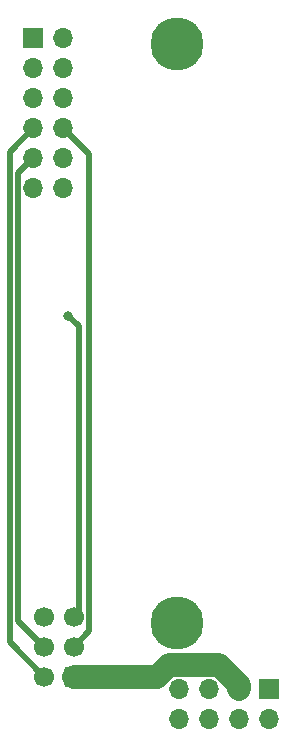
<source format=gbr>
%TF.GenerationSoftware,KiCad,Pcbnew,8.0.6*%
%TF.CreationDate,2025-02-12T13:49:43-05:00*%
%TF.ProjectId,PwrBypass,50777242-7970-4617-9373-2e6b69636164,rev?*%
%TF.SameCoordinates,Original*%
%TF.FileFunction,Copper,L2,Bot*%
%TF.FilePolarity,Positive*%
%FSLAX46Y46*%
G04 Gerber Fmt 4.6, Leading zero omitted, Abs format (unit mm)*
G04 Created by KiCad (PCBNEW 8.0.6) date 2025-02-12 13:49:43*
%MOMM*%
%LPD*%
G01*
G04 APERTURE LIST*
G04 Aperture macros list*
%AMRoundRect*
0 Rectangle with rounded corners*
0 $1 Rounding radius*
0 $2 $3 $4 $5 $6 $7 $8 $9 X,Y pos of 4 corners*
0 Add a 4 corners polygon primitive as box body*
4,1,4,$2,$3,$4,$5,$6,$7,$8,$9,$2,$3,0*
0 Add four circle primitives for the rounded corners*
1,1,$1+$1,$2,$3*
1,1,$1+$1,$4,$5*
1,1,$1+$1,$6,$7*
1,1,$1+$1,$8,$9*
0 Add four rect primitives between the rounded corners*
20,1,$1+$1,$2,$3,$4,$5,0*
20,1,$1+$1,$4,$5,$6,$7,0*
20,1,$1+$1,$6,$7,$8,$9,0*
20,1,$1+$1,$8,$9,$2,$3,0*%
G04 Aperture macros list end*
%TA.AperFunction,ComponentPad*%
%ADD10R,1.700000X1.700000*%
%TD*%
%TA.AperFunction,ComponentPad*%
%ADD11O,1.700000X1.700000*%
%TD*%
%TA.AperFunction,ComponentPad*%
%ADD12C,4.500000*%
%TD*%
%TA.AperFunction,ComponentPad*%
%ADD13RoundRect,0.250000X0.600000X0.600000X-0.600000X0.600000X-0.600000X-0.600000X0.600000X-0.600000X0*%
%TD*%
%TA.AperFunction,ComponentPad*%
%ADD14C,1.700000*%
%TD*%
%TA.AperFunction,ViaPad*%
%ADD15C,0.800000*%
%TD*%
%TA.AperFunction,Conductor*%
%ADD16C,0.500000*%
%TD*%
%TA.AperFunction,Conductor*%
%ADD17C,2.000000*%
%TD*%
G04 APERTURE END LIST*
D10*
%TO.P,J14,1,Pin_1*%
%TO.N,VCC*%
X124000000Y-98100000D03*
D11*
%TO.P,J14,2,Pin_2*%
X124000000Y-100640000D03*
%TO.P,J14,3,Pin_3*%
X121460000Y-98100000D03*
%TO.P,J14,4,Pin_4*%
X121460000Y-100640000D03*
%TO.P,J14,5,Pin_5*%
%TO.N,GND*%
X118920000Y-98100000D03*
%TO.P,J14,6,Pin_6*%
X118920000Y-100640000D03*
%TO.P,J14,7,Pin_7*%
X116380000Y-98100000D03*
%TO.P,J14,8,Pin_8*%
X116380000Y-100640000D03*
%TD*%
D10*
%TO.P,J11,1,Pin_1*%
%TO.N,VCC*%
X104050000Y-42975000D03*
D11*
%TO.P,J11,2,Pin_2*%
X106590000Y-42975000D03*
%TO.P,J11,3,Pin_3*%
X104050000Y-45515000D03*
%TO.P,J11,4,Pin_4*%
%TO.N,Signal*%
X106590000Y-45515000D03*
%TO.P,J11,5,Pin_5*%
%TO.N,unconnected-(J11-Pin_5-Pad5)*%
X104050000Y-48055000D03*
%TO.P,J11,6,Pin_6*%
%TO.N,unconnected-(J11-Pin_6-Pad6)*%
X106590000Y-48055000D03*
%TO.P,J11,7,Pin_7*%
%TO.N,Red*%
X104050000Y-50595000D03*
%TO.P,J11,8,Pin_8*%
%TO.N,Green*%
X106590000Y-50595000D03*
%TO.P,J11,9,Pin_9*%
%TO.N,Blue*%
X104050000Y-53135000D03*
%TO.P,J11,10,Pin_10*%
%TO.N,GND*%
X106590000Y-53135000D03*
%TO.P,J11,11,Pin_11*%
X104050000Y-55675000D03*
%TO.P,J11,12,Pin_12*%
X106590000Y-55675000D03*
%TD*%
D12*
%TO.P,H5,1*%
%TO.N,N/C*%
X116200000Y-92480000D03*
%TD*%
D13*
%TO.P,J1,1,Pin_1*%
%TO.N,VCC*%
X107500000Y-97040000D03*
D14*
%TO.P,J1,2,Pin_2*%
%TO.N,Red*%
X104960000Y-97040000D03*
%TO.P,J1,3,Pin_3*%
%TO.N,Green*%
X107500000Y-94500000D03*
%TO.P,J1,4,Pin_4*%
%TO.N,Blue*%
X104960000Y-94500000D03*
%TO.P,J1,5,Pin_5*%
%TO.N,Signal*%
X107500000Y-91960000D03*
%TO.P,J1,6,Pin_6*%
%TO.N,GND*%
X104960000Y-91960000D03*
%TD*%
D12*
%TO.P,H1,1*%
%TO.N,N/C*%
X116200000Y-43480000D03*
%TD*%
D15*
%TO.N,Signal*%
X107000000Y-66500000D03*
%TD*%
D16*
%TO.N,Green*%
X108800000Y-52805000D02*
X108800000Y-93200000D01*
X106590000Y-50595000D02*
X108800000Y-52805000D01*
X108800000Y-93200000D02*
X107500000Y-94500000D01*
%TO.N,Red*%
X104050000Y-50595000D02*
X102050000Y-52595000D01*
X102050000Y-52595000D02*
X102050000Y-94130000D01*
X102050000Y-94130000D02*
X104960000Y-97040000D01*
%TO.N,Blue*%
X102750000Y-54435000D02*
X102750000Y-92290000D01*
X104050000Y-53135000D02*
X102750000Y-54435000D01*
X102750000Y-92290000D02*
X104960000Y-94500000D01*
%TO.N,Signal*%
X107500000Y-91960000D02*
X107890000Y-91570000D01*
X107890000Y-91570000D02*
X107890000Y-67390000D01*
X107890000Y-67390000D02*
X107000000Y-66500000D01*
D17*
%TO.N,VCC*%
X119769138Y-96050000D02*
X121460000Y-97740862D01*
X114540862Y-97040000D02*
X115530862Y-96050000D01*
X115530862Y-96050000D02*
X119769138Y-96050000D01*
X121460000Y-97740862D02*
X121460000Y-98100000D01*
X107500000Y-97040000D02*
X114540862Y-97040000D01*
%TD*%
M02*

</source>
